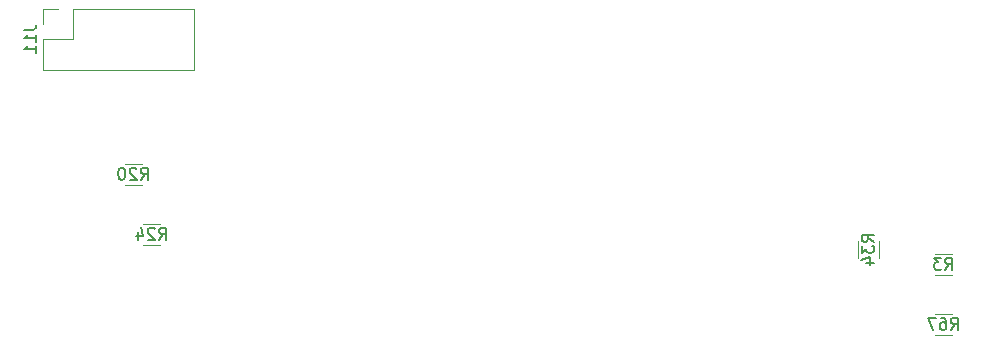
<source format=gbr>
%TF.GenerationSoftware,KiCad,Pcbnew,(6.0.5)*%
%TF.CreationDate,2023-05-16T23:55:54-04:00*%
%TF.ProjectId,as3340_no_mux,61733333-3430-45f6-9e6f-5f6d75782e6b,rev?*%
%TF.SameCoordinates,Original*%
%TF.FileFunction,Legend,Bot*%
%TF.FilePolarity,Positive*%
%FSLAX46Y46*%
G04 Gerber Fmt 4.6, Leading zero omitted, Abs format (unit mm)*
G04 Created by KiCad (PCBNEW (6.0.5)) date 2023-05-16 23:55:54*
%MOMM*%
%LPD*%
G01*
G04 APERTURE LIST*
%ADD10C,0.150000*%
%ADD11C,0.120000*%
G04 APERTURE END LIST*
D10*
%TO.C,J11*%
X47922380Y-107140476D02*
X48636666Y-107140476D01*
X48779523Y-107092857D01*
X48874761Y-106997619D01*
X48922380Y-106854761D01*
X48922380Y-106759523D01*
X48922380Y-108140476D02*
X48922380Y-107569047D01*
X48922380Y-107854761D02*
X47922380Y-107854761D01*
X48065238Y-107759523D01*
X48160476Y-107664285D01*
X48208095Y-107569047D01*
X48922380Y-109092857D02*
X48922380Y-108521428D01*
X48922380Y-108807142D02*
X47922380Y-108807142D01*
X48065238Y-108711904D01*
X48160476Y-108616666D01*
X48208095Y-108521428D01*
%TO.C,R20*%
X57792857Y-119832380D02*
X58126190Y-119356190D01*
X58364285Y-119832380D02*
X58364285Y-118832380D01*
X57983333Y-118832380D01*
X57888095Y-118880000D01*
X57840476Y-118927619D01*
X57792857Y-119022857D01*
X57792857Y-119165714D01*
X57840476Y-119260952D01*
X57888095Y-119308571D01*
X57983333Y-119356190D01*
X58364285Y-119356190D01*
X57411904Y-118927619D02*
X57364285Y-118880000D01*
X57269047Y-118832380D01*
X57030952Y-118832380D01*
X56935714Y-118880000D01*
X56888095Y-118927619D01*
X56840476Y-119022857D01*
X56840476Y-119118095D01*
X56888095Y-119260952D01*
X57459523Y-119832380D01*
X56840476Y-119832380D01*
X56221428Y-118832380D02*
X56126190Y-118832380D01*
X56030952Y-118880000D01*
X55983333Y-118927619D01*
X55935714Y-119022857D01*
X55888095Y-119213333D01*
X55888095Y-119451428D01*
X55935714Y-119641904D01*
X55983333Y-119737142D01*
X56030952Y-119784761D01*
X56126190Y-119832380D01*
X56221428Y-119832380D01*
X56316666Y-119784761D01*
X56364285Y-119737142D01*
X56411904Y-119641904D01*
X56459523Y-119451428D01*
X56459523Y-119213333D01*
X56411904Y-119022857D01*
X56364285Y-118927619D01*
X56316666Y-118880000D01*
X56221428Y-118832380D01*
%TO.C,R24*%
X59342857Y-124912380D02*
X59676190Y-124436190D01*
X59914285Y-124912380D02*
X59914285Y-123912380D01*
X59533333Y-123912380D01*
X59438095Y-123960000D01*
X59390476Y-124007619D01*
X59342857Y-124102857D01*
X59342857Y-124245714D01*
X59390476Y-124340952D01*
X59438095Y-124388571D01*
X59533333Y-124436190D01*
X59914285Y-124436190D01*
X58961904Y-124007619D02*
X58914285Y-123960000D01*
X58819047Y-123912380D01*
X58580952Y-123912380D01*
X58485714Y-123960000D01*
X58438095Y-124007619D01*
X58390476Y-124102857D01*
X58390476Y-124198095D01*
X58438095Y-124340952D01*
X59009523Y-124912380D01*
X58390476Y-124912380D01*
X57533333Y-124245714D02*
X57533333Y-124912380D01*
X57771428Y-123864761D02*
X58009523Y-124579047D01*
X57390476Y-124579047D01*
%TO.C,R67*%
X126372857Y-132532380D02*
X126706190Y-132056190D01*
X126944285Y-132532380D02*
X126944285Y-131532380D01*
X126563333Y-131532380D01*
X126468095Y-131580000D01*
X126420476Y-131627619D01*
X126372857Y-131722857D01*
X126372857Y-131865714D01*
X126420476Y-131960952D01*
X126468095Y-132008571D01*
X126563333Y-132056190D01*
X126944285Y-132056190D01*
X125515714Y-131532380D02*
X125706190Y-131532380D01*
X125801428Y-131580000D01*
X125849047Y-131627619D01*
X125944285Y-131770476D01*
X125991904Y-131960952D01*
X125991904Y-132341904D01*
X125944285Y-132437142D01*
X125896666Y-132484761D01*
X125801428Y-132532380D01*
X125610952Y-132532380D01*
X125515714Y-132484761D01*
X125468095Y-132437142D01*
X125420476Y-132341904D01*
X125420476Y-132103809D01*
X125468095Y-132008571D01*
X125515714Y-131960952D01*
X125610952Y-131913333D01*
X125801428Y-131913333D01*
X125896666Y-131960952D01*
X125944285Y-132008571D01*
X125991904Y-132103809D01*
X125087142Y-131532380D02*
X124420476Y-131532380D01*
X124849047Y-132532380D01*
%TO.C,R34*%
X119832380Y-125087142D02*
X119356190Y-124753809D01*
X119832380Y-124515714D02*
X118832380Y-124515714D01*
X118832380Y-124896666D01*
X118880000Y-124991904D01*
X118927619Y-125039523D01*
X119022857Y-125087142D01*
X119165714Y-125087142D01*
X119260952Y-125039523D01*
X119308571Y-124991904D01*
X119356190Y-124896666D01*
X119356190Y-124515714D01*
X118832380Y-125420476D02*
X118832380Y-126039523D01*
X119213333Y-125706190D01*
X119213333Y-125849047D01*
X119260952Y-125944285D01*
X119308571Y-125991904D01*
X119403809Y-126039523D01*
X119641904Y-126039523D01*
X119737142Y-125991904D01*
X119784761Y-125944285D01*
X119832380Y-125849047D01*
X119832380Y-125563333D01*
X119784761Y-125468095D01*
X119737142Y-125420476D01*
X119165714Y-126896666D02*
X119832380Y-126896666D01*
X118784761Y-126658571D02*
X119499047Y-126420476D01*
X119499047Y-127039523D01*
%TO.C,R3*%
X125896666Y-127452380D02*
X126230000Y-126976190D01*
X126468095Y-127452380D02*
X126468095Y-126452380D01*
X126087142Y-126452380D01*
X125991904Y-126500000D01*
X125944285Y-126547619D01*
X125896666Y-126642857D01*
X125896666Y-126785714D01*
X125944285Y-126880952D01*
X125991904Y-126928571D01*
X126087142Y-126976190D01*
X126468095Y-126976190D01*
X125563333Y-126452380D02*
X124944285Y-126452380D01*
X125277619Y-126833333D01*
X125134761Y-126833333D01*
X125039523Y-126880952D01*
X124991904Y-126928571D01*
X124944285Y-127023809D01*
X124944285Y-127261904D01*
X124991904Y-127357142D01*
X125039523Y-127404761D01*
X125134761Y-127452380D01*
X125420476Y-127452380D01*
X125515714Y-127404761D01*
X125563333Y-127357142D01*
D11*
%TO.C,J11*%
X49470000Y-110550000D02*
X62290000Y-110550000D01*
X62290000Y-105350000D02*
X62290000Y-110550000D01*
X52070000Y-107950000D02*
X49470000Y-107950000D01*
X49470000Y-105350000D02*
X49470000Y-106680000D01*
X52070000Y-105350000D02*
X52070000Y-107950000D01*
X49470000Y-107950000D02*
X49470000Y-110550000D01*
X52070000Y-105350000D02*
X62290000Y-105350000D01*
X50800000Y-105350000D02*
X49470000Y-105350000D01*
%TO.C,R20*%
X56422936Y-120290000D02*
X57877064Y-120290000D01*
X56422936Y-118470000D02*
X57877064Y-118470000D01*
%TO.C,R24*%
X59427064Y-123550000D02*
X57972936Y-123550000D01*
X59427064Y-125370000D02*
X57972936Y-125370000D01*
%TO.C,R67*%
X125002936Y-132990000D02*
X126457064Y-132990000D01*
X125002936Y-131170000D02*
X126457064Y-131170000D01*
%TO.C,R34*%
X118470000Y-125002936D02*
X118470000Y-126457064D01*
X120290000Y-125002936D02*
X120290000Y-126457064D01*
%TO.C,R3*%
X125002936Y-127910000D02*
X126457064Y-127910000D01*
X125002936Y-126090000D02*
X126457064Y-126090000D01*
%TD*%
M02*

</source>
